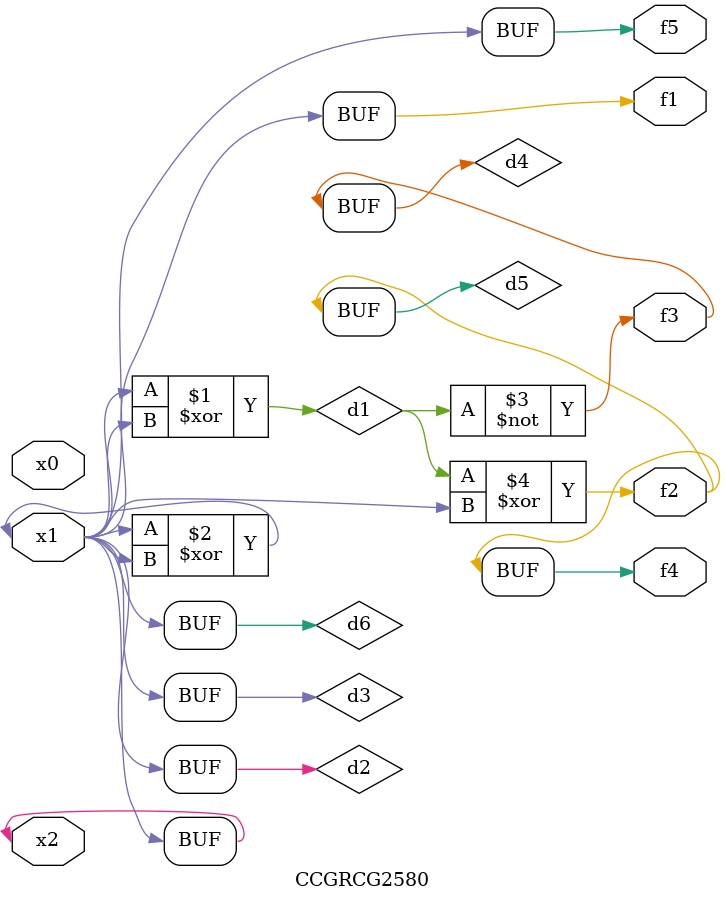
<source format=v>
module CCGRCG2580(
	input x0, x1, x2,
	output f1, f2, f3, f4, f5
);

	wire d1, d2, d3, d4, d5, d6;

	xor (d1, x1, x2);
	buf (d2, x1, x2);
	xor (d3, x1, x2);
	nor (d4, d1);
	xor (d5, d1, d2);
	buf (d6, d2, d3);
	assign f1 = d6;
	assign f2 = d5;
	assign f3 = d4;
	assign f4 = d5;
	assign f5 = d6;
endmodule

</source>
